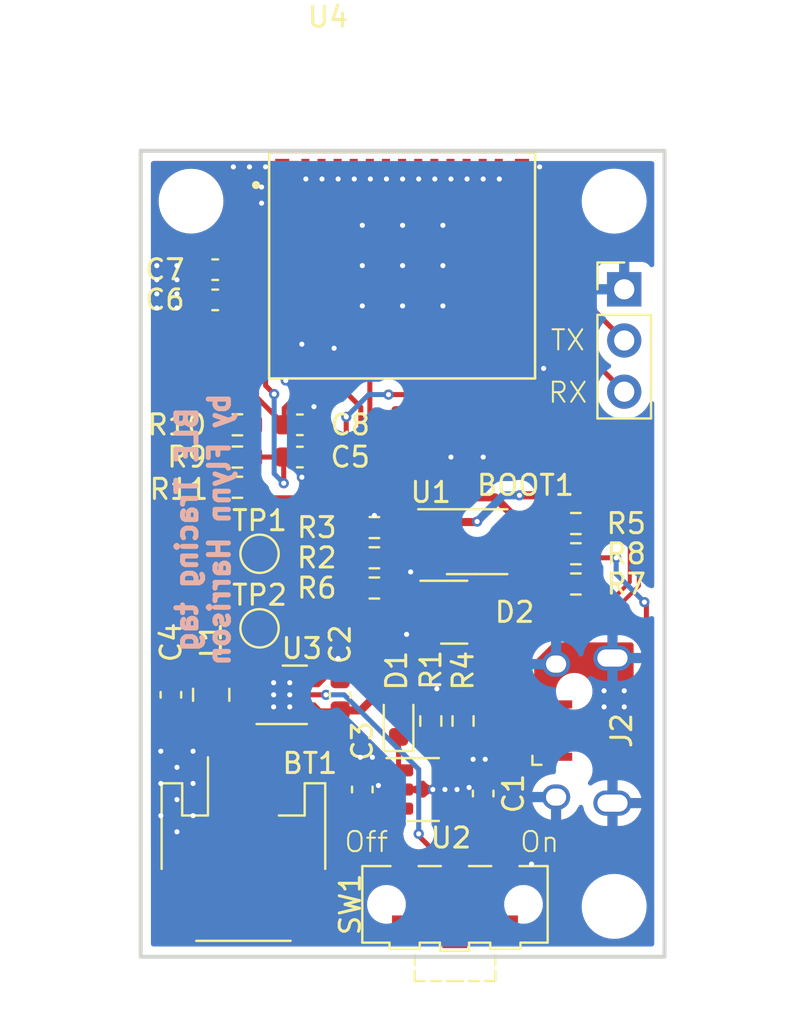
<source format=kicad_pcb>
(kicad_pcb (version 20211014) (generator pcbnew)
  (layers (0 "F.Cu" signal) (31 "B.Cu" signal) (34 "B.Paste" user) (35 "F.Paste" user) (36 "B.SilkS" user "B.Silkscreen") (37 "F.SilkS" user "F.Silkscreen") (38 "B.Mask" user) (39 "F.Mask" user) (44 "Edge.Cuts" user))
  (net 0 "")
  (net 1 "GND")
  (net 2 "+BATT")
  (net 3 "VCC")
  (net 4 "+3V3")
  (net 5 "Net-(C5-Pad1)")
  (net 6 "Net-(D1-Pad1)")
  (net 7 "Net-(D1-Pad2)")
  (net 8 "Net-(D2-Pad1)")
  (net 9 "TX")
  (net 10 "RX")
  (net 11 "USB_D-")
  (net 12 "USB_D+")
  (net 13 "Net-(L1-Pad1)")
  (net 14 "Net-(R1-Pad2)")
  (net 15 "Net-(R2-Pad2)")
  (net 16 "Net-(R5-Pad1)")
  (net 17 "Net-(R5-Pad2)")
  (net 18 "Net-(R7-Pad1)")
  (net 19 "Net-(R8-Pad1)")
  (net 20 "Net-(R10-Pad2)")
  (net 21 "Net-(R11-Pad1)")
  (net 22 "EN")
  (net 23 "BM_EN")
  (net 24 "BM")
  (net 45 "Net-(BOOT1-Pad1)")
  (footprint "Resistor_SMD:R_0603_1608Metric" (layer "F.Cu") (at 119.6 107.2)
    (fp_text reference "R2")
    (fp_text value "2M")
  )
  (footprint "Capacitor_SMD:C_0603_1608Metric" (layer "F.Cu") (at 119 118.7 90)
    (fp_text reference "C3")
    (fp_text value "4.7uF")
  )
  (footprint "Capacitor_SMD:C_0603_1608Metric" (layer "F.Cu") (at 111.7 94.4 180)
    (fp_text reference "C6")
    (fp_text value "10uF")
  )
  (footprint "TestPoint:TestPoint_Pad_D1.5mm" (layer "F.Cu") (at 113.9 107)
    (fp_text reference "TP1")
    (fp_text value "reset")
  )
  (footprint "Library:USB_Micro_AdamTech_MCR-B-S-RA-SMT-CS14" (layer "F.Cu") (at 133.8675 115.775 90)
    (fp_text reference "J2")
    (fp_text value "USB_B_Micro")
  )
  (footprint "Capacitor_SMD:C_0603_1608Metric" (layer "F.Cu") (at 125 118.9 90)
    (fp_text reference "C1")
    (fp_text value "4.7uF")
  )
  (footprint "Library:L_Murata_DEF20160P-xxxM=P2_2.0x1.6mm" (layer "F.Cu") (at 111.5 114 -90)
    (fp_text reference "L1")
    (fp_text value "2.2uH")
  )
  (footprint "Package_TO_SOT_SMD:SOT-23-5" (layer "F.Cu") (at 122 118.7)
    (fp_text reference "U2")
    (fp_text value "MCP73831-2-OT")
  )
  (footprint "Package_TO_SOT_SMD:SOT-23" (layer "F.Cu") (at 123.56 109.9)
    (fp_text reference "D2")
    (fp_text value "2.5v")
  )
  (footprint "Resistor_SMD:R_0603_1608Metric" (layer "F.Cu") (at 119.6 108.7 180)
    (fp_text reference "R6")
    (fp_text value "13.7k")
  )
  (footprint "SnapEDA Library:XCVR_ESP32-C3-MINI-1-N4" (layer "F.Cu") (at 120.975 90)
    (fp_text reference "U4")
    (fp_text value "ESP32-C3-MINI-1-N4")
  )
  (footprint "Capacitor_SMD:C_0603_1608Metric" (layer "F.Cu") (at 115.9 102.2)
    (fp_text reference "C5")
    (fp_text value "1uF")
  )
  (footprint "Library:SW_SPDT_CK-JS202011JAQN" (layer "F.Cu") (at 123.6 124.4)
    (fp_text reference "SW1")
    (fp_text value "power enable")
  )
  (footprint "Connector_PinHeader_2.54mm:PinHeader_1x03_P2.54mm_Vertical" (layer "F.Cu") (at 132 93.875)
    (fp_text reference "J1" hide)
    (fp_text value "UART")
  )
  (footprint "Resistor_SMD:R_0603_1608Metric" (layer "F.Cu") (at 112.8 102.2)
    (fp_text reference "R9")
    (fp_text value "10K")
  )
  (footprint "Package_SO:MSOP-8_3x3mm_P0.65mm" (layer "F.Cu") (at 124.7 106.4)
    (fp_text reference "U1")
    (fp_text value "BU7266")
  )
  (footprint "Capacitor_SMD:C_0603_1608Metric" (layer "F.Cu") (at 109.5 114 -90)
    (fp_text reference "C4")
    (fp_text value "22uF")
  )
  (footprint "Resistor_SMD:R_0603_1608Metric" (layer "F.Cu") (at 112.8 103.7 180)
    (fp_text reference "R11")
    (fp_text value "10K")
  )
  (footprint "MountingHole:MountingHole_2.2mm_M2" (layer "F.Cu") (at 131.5 89.5)
    (fp_text reference "REF**" hide)
    (fp_text value "MountingHole_2.2mm_M2")
  )
  (footprint "Capacitor_SMD:C_0603_1608Metric" (layer "F.Cu") (at 115.9 100.6)
    (fp_text reference "C8")
    (fp_text value "100nF")
  )
  (footprint "Resistor_SMD:R_0603_1608Metric" (layer "F.Cu") (at 129.6 105.5)
    (fp_text reference "R5")
    (fp_text value "100k")
  )
  (footprint "Diode_SMD:D_0603_1608Metric" (layer "F.Cu") (at 120.8 115.3 90)
    (fp_text reference "D1")
    (fp_text value "Charging")
  )
  (footprint "Resistor_SMD:R_0603_1608Metric" (layer "F.Cu") (at 124 115.3 90)
    (fp_text reference "R4")
    (fp_text value "560")
  )
  (footprint "Library:SW_SPST_ck_PTS636" (layer "F.Cu") (at 124.2 101.1)
    (fp_text reference "BOOT1")
    (fp_text value "Boot option")
  )
  (footprint "MountingHole:MountingHole_2.2mm_M2" (layer "F.Cu") (at 131.5 124.5)
    (fp_text reference "REF**" hide)
    (fp_text value "MountingHole_2.2mm_M2")
  )
  (footprint "Resistor_SMD:R_0603_1608Metric" (layer "F.Cu") (at 122.4 115.3 -90)
    (fp_text reference "R1")
    (fp_text value "2k")
  )
  (footprint "Resistor_SMD:R_0603_1608Metric" (layer "F.Cu") (at 129.6 108.5)
    (fp_text reference "R7")
    (fp_text value "6.8M")
  )
  (footprint "Capacitor_SMD:C_0603_1608Metric" (layer "F.Cu") (at 117.9 114 90)
    (fp_text reference "C2")
    (fp_text value "10uF")
  )
  (footprint "Resistor_SMD:R_0603_1608Metric" (layer "F.Cu") (at 112.8 100.6)
    (fp_text reference "R10")
    (fp_text value "10K")
  )
  (footprint "MountingHole:MountingHole_2.2mm_M2" (layer "F.Cu") (at 110.5 89.5)
    (fp_text reference "REF**" hide)
    (fp_text value "MountingHole_2.2mm_M2")
  )
  (footprint "Connector_JST:JST_PH_S2B-PH-SM4-TB_1x02-1MP_P2.00mm_Horizontal" (layer "F.Cu") (at 113.1 121.7)
    (fp_text reference "BT1")
    (fp_text value "Battery_Cell")
  )
  (footprint "Library:Nisshinbo_DFN(PLP)-10_2.7x2.5mm_P0.5mm" (layer "F.Cu") (at 115 114)
    (fp_text reference "U3")
    (fp_text value "RP515x334D")
  )
  (footprint "Resistor_SMD:R_0603_1608Metric" (layer "F.Cu") (at 129.6 107 180)
    (fp_text reference "R8")
    (fp_text value "10K")
  )
  (footprint "Resistor_SMD:R_0603_1608Metric" (layer "F.Cu") (at 119.6 105.7 180)
    (fp_text reference "R3")
    (fp_text value "5.49M")
  )
  (footprint "Capacitor_SMD:C_0603_1608Metric" (layer "F.Cu") (at 111.7 92.9 180)
    (fp_text reference "C7")
    (fp_text value "100nF")
  )
  (footprint "TestPoint:TestPoint_Pad_D1.5mm" (layer "F.Cu") (at 113.9 110.7)
    (fp_text reference "TP2")
    (fp_text value "3v3 TP")
  )
  (gr_rect (start 108 127) (end 134 87) (layer "Edge.Cuts") (width 0.2) (fill none))
  (gr_text "BLE Tracing tag\nby Flynn Harrison\n" (at 111.1 105.8 90) (layer "B.SilkS") (effects (font (size 1 1) (thickness 0.25)) (justify mirror)))
  (gr_text "RX\n" (at 129.2 99) (layer "F.SilkS") (effects (font (size 1 1) (thickness 0.1))))
  (gr_text "Off\n" (at 119.2 121.3) (layer "F.SilkS") (effects (font (size 1 1) (thickness 0.1))))
  (gr_text "TX" (at 129.2 96.4) (layer "F.SilkS") (effects (font (size 1 1) (thickness 0.1))))
  (gr_text "On\n" (at 127.8 121.3) (layer "F.SilkS") (effects (font (size 1 1) (thickness 0.1))))
  (segment (start 122.5875 107.375) (end 121.925 107.375) (width 0.4) (layer "F.Cu") (net 1))
  (segment (start 115.9 96.7) (end 116 96.6) (width 0.25) (layer "F.Cu") (net 1))
  (segment (start 119 105.7) (end 119.6 105.1) (width 0.25) (layer "F.Cu") (net 1))
  (segment (start 121.775 88.375) (end 121.8 88.4) (width 0.25) (layer "F.Cu") (net 1))
  (segment (start 115.075 89.5) (end 114.1 89.5) (width 0.25) (layer "F.Cu") (net 1))
  (segment (start 124.975 87.8) (end 124.975 88.375) (width 0.25) (layer "F.Cu") (net 1))
  (segment (start 114.25 87.75) (end 115.025 87.75) (width 0.25) (layer "F.Cu") (net 1))
  (segment (start 120.175 88.375) (end 120.2 88.4) (width 0.25) (layer "F.Cu") (net 1))
  (segment (start 124.975 88.375) (end 125 88.4) (width 0.25) (layer "F.Cu") (net 1))
  (segment (start 115.075 88.7) (end 114.1 88.7) (width 0.25) (layer "F.Cu") (net 1))
  (segment (start 125.775 88.375) (end 125.8 88.4) (width 0.25) (layer "F.Cu") (net 1))
  (segment (start 114.1 88.7) (end 114 88.8) (width 0.25) (layer "F.Cu") (net 1))
  (segment (start 117.9 112.3) (end 117.8 112.2) (width 0.4) (layer "F.Cu") (net 1))
  (segment (start 113.75 114) (end 114.6 114) (width 0.25) (layer "F.Cu") (net 1))
  (segment (start 125.775 87.8) (end 125.775 88.375) (width 0.25) (layer "F.Cu") (net 1))
  (segment (start 117.775 87.8) (end 117.775 88.375) (width 0.25) (layer "F.Cu") (net 1))
  (segment (start 122.4 114.475) (end 122.4 114) (width 0.25) (layer "F.Cu") (net 1))
  (segment (start 114.1 89.5) (end 114 89.6) (width 0.25) (layer "F.Cu") (net 1))
  (segment (start 127 122.8) (end 127.4 122.4) (width 0.4) (layer "F.Cu") (net 1))
  (segment (start 118.575 87.8) (end 118.575 88.375) (width 0.25) (layer "F.Cu") (net 1))
  (segment (start 113.75 113.5) (end 114.5 113.5) (width 0.25) (layer "F.Cu") (net 1))
  (segment (start 118.775 105.7) (end 119 105.7) (width 0.25) (layer "F.Cu") (net 1))
  (segment (start 116.675 102.525) (end 116.675 102.2) (width 0.25) (layer "F.Cu") (net 1))
  (segment (start 116.675 99.775) (end 116.6 99.7) (width 0.25) (layer "F.Cu") (net 1))
  (segment (start 126.1 122.8) (end 127 122.8) (width 0.4) (layer "F.Cu") (net 1))
  (segment (start 122.575 88.375) (end 122.6 88.4) (width 0.25) (layer "F.Cu") (net 1))
  (segment (start 122.4 114) (end 122.7 113.7) (width 0.25) (layer "F.Cu") (net 1))
  (segment (start 116.975 87.8) (end 116.975 88.375) (width 0.25) (layer "F.Cu") (net 1))
  (segment (start 114.2 87.8) (end 114.25 87.75) (width 0.25) (layer "F.Cu") (net 1))
  (segment (start 117.775 97.6) (end 117.775 96.975) (width 0.25) (layer "F.Cu") (net 1))
  (segment (start 119.375 87.8) (end 119.375 88.375) (width 0.25) (layer "F.Cu") (net 1))
  (segment (start 122.575 87.8) (end 122.575 88.375) (width 0.25) (layer "F.Cu") (net 1))
  (segment (start 122.6225 110.85) (end 121.35 110.85) (width 0.4) (layer "F.Cu") (net 1))
  (segment (start 126.925 97.65) (end 127.85 97.65) (width 0.25) (layer "F.Cu") (net 1))
  (segment (start 116.175 87.8) (end 116.175 88.375) (width 0.25) (layer "F.Cu") (net 1))
  (segment (start 120.975 87.8) (end 120.975 88.375) (width 0.25) (layer "F.Cu") (net 1))
  (segment (start 120.175 87.8) (end 120.175 88.375) (width 0.25) (layer "F.Cu") (net 1))
  (segment (start 127.85 97.65) (end 128 97.8) (width 0.25) (layer "F.Cu") (net 1))
  (segment (start 127.8 87.8) (end 127.75 87.75) (width 0.25) (layer "F.Cu") (net 1))
  (segment (start 115.025 98.225) (end 115.2 98.4) (width 0.25) (layer "F.Cu") (net 1))
  (segment (start 124.175 87.8) (end 124.175 88.375) (width 0.25) (layer "F.Cu") (net 1))
  (segment (start 116.175 88.375) (end 116.2 88.4) (width 0.25) (layer "F.Cu") (net 1))
  (segment (start 119.375 88.375) (end 119.4 88.4) (width 0.25) (layer "F.Cu") (net 1))
  (segment (start 127.75 87.75) (end 126.925 87.75) (width 0.25) (layer "F.Cu") (net 1))
  (segment (start 116.975 88.375) (end 117 88.4) (width 0.25) (layer "F.Cu") (net 1))
  (segment (start 116.675 100.6) (end 116.675 99.775) (width 0.25) (layer "F.Cu") (net 1))
  (segment (start 121.35 110.85) (end 121.2 111) (width 0.4) (layer "F.Cu") (net 1))
  (segment (start 115.025 97.65) (end 115.025 98.225) (width 0.25) (layer "F.Cu") (net 1))
  (segment (start 123.375 88.375) (end 123.4 88.4) (width 0.25) (layer "F.Cu") (net 1))
  (segment (start 123.375 87.8) (end 123.375 88.375) (width 0.25) (layer "F.Cu") (net 1))
  (segment (start 117.775 88.375) (end 117.8 88.4) (width 0.25) (layer "F.Cu") (net 1))
  (segment (start 124.175 88.375) (end 124.2 88.4) (width 0.25) (layer "F.Cu") (net 1))
  (segment (start 121.925 107.375) (end 121.4 107.9) (width 0.4) (layer "F.Cu") (net 1))
  (segment (start 116 103.2) (end 116.675 102.525) (width 0.25) (layer "F.Cu") (net 1))
  (segment (start 117.775 96.975) (end 117.6 96.8) (width 0.25) (layer "F.Cu") (net 1))
  (segment (start 120.975 88.375) (end 121 88.4) (width 0.25) (layer "F.Cu") (net 1))
  (segment (start 118.575 88.375) (end 118.6 88.4) (width 0.25) (layer "F.Cu") (net 1))
  (segment (start 114.5 113.5) (end 114.6 113.4) (width 0.25) (layer "F.Cu") (net 1))
  (segment (start 115.075 96.7) (end 115.9 96.7) (width 0.25) (layer "F.Cu") (net 1))
  (segment (start 117.9 113.225) (end 117.9 112.3) (width 0.4) (layer "F.Cu") (net 1))
  (segment (start 121.775 87.8) (end 121.775 88.375) (width 0.25) (layer "F.Cu") (net 1))
  (via (at 121.4 107.9) (size 0.508) (drill 0.254) (layers "F.Cu" "B.Cu") (net 1))
  (via (at 119 94.7) (size 0.508) (drill 0.254) (layers "F.Cu" "B.Cu") (net 1))
  (via (at 109 118.4) (size 0.508) (drill 0.254) (layers "F.Cu" "B.Cu") (net 1))
  (via (at 121 88.4) (size 0.508) (drill 0.254) (layers "F.Cu" "B.Cu") (net 1))
  (via (at 116.6 99.7) (size 0.508) (drill 0.254) (layers "F.Cu" "B.Cu") (net 1))
  (via (at 131 114.6) (size 0.508) (drill 0.254) (layers "F.Cu" "B.Cu") (net 1))
  (via (at 121.2 111) (size 0.508) (drill 0.254) (layers "F.Cu" "B.Cu") (net 1))
  (via (at 123.4 102.2) (size 0.508) (drill 0.254) (layers "F.Cu" "B.Cu") (net 1))
  (via (at 114.6 114.6) (size 0.508) (drill 0.254) (layers "F.Cu" "B.Cu") (net 1))
  (via (at 109.8 119.2) (size 0.508) (drill 0.254) (layers "F.Cu" "B.Cu") (net 1))
  (via (at 109.8 94.1) (size 0.508) (drill 0.254) (layers "F.Cu" "B.Cu") (net 1))
  (via (at 131 113.8) (size 0.508) (drill 0.254) (layers "F.Cu" "B.Cu") (net 1))
  (via (at 125 102.2) (size 0.508) (drill 0.254) (layers "F.Cu" "B.Cu") (net 1))
  (via (at 119 90.7) (size 0.508) (drill 0.254) (layers "F.Cu" "B.Cu") (net 1))
  (via (at 109.8 92.7) (size 0.508) (drill 0.254) (layers "F.Cu" "B.Cu") (net 1))
  (via (at 124.5 117.2) (size 0.508) (drill 0.254) (layers "F.Cu" "B.Cu") (net 1))
  (via (at 117.8 88.4) (size 0.508) (drill 0.254) (layers "F.Cu" "B.Cu") (net 1))
  (via (at 112.6 87.8) (size 0.508) (drill 0.254) (layers "F.Cu" "B.Cu") (net 1))
  (via (at 119 92.7) (size 0.508) (drill 0.254) (layers "F.Cu" "B.Cu") (net 1))
  (via (at 119.8 118.5) (size 0.508) (drill 0.254) (layers "F.Cu" "B.Cu") (net 1))
  (via (at 113.4 87.8) (size 0.508) (drill 0.254) (layers "F.Cu" "B.Cu") (net 1))
  (via (at 119.4 88.4) (size 0.508) (drill 0.254) (layers "F.Cu" "B.Cu") (net 1))
  (via (at 125 88.4) (size 0.508) (drill 0.254) (layers "F.Cu" "B.Cu") (net 1))
  (via (at 115.2 98.4) (size 0.508) (drill 0.254) (layers "F.Cu" "B.Cu") (net 1))
  (via (at 123.4 88.4) (size 0.508) (drill 0.254) (layers "F.Cu" "B.Cu") (net 1))
  (via (at 132 113.8) (size 0.508) (drill 0.254) (layers "F.Cu" "B.Cu") (net 1))
  (via (at 122.5 118.7) (size 0.508) (drill 0.254) (layers "F.Cu" "B.Cu") (net 1))
  (via (at 132 114.6) (size 0.508) (drill 0.254) (layers "F.Cu" "B.Cu") (net 1))
  (via (at 123.1 118.7) (size 0.508) (drill 0.254) (layers "F.Cu" "B.Cu") (net 1))
  (via (at 121.8 88.4) (size 0.508) (drill 0.254) (layers "F.Cu" "B.Cu") (net 1))
  (via (at 108.8 92.7) (size 0.508) (drill 0.254) (layers "F.Cu" "B.Cu") (net 1))
  (via (at 108.8 94.8) (size 0.508) (drill 0.254) (layers "F.Cu" "B.Cu") (net 1))
  (via (at 109.8 93.4) (size 0.508) (drill 0.254) (layers "F.Cu" "B.Cu") (net 1))
  (via (at 123 92.7) (size 0.508) (drill 0.254) (layers "F.Cu" "B.Cu") (net 1))
  (via (at 118.9 117.1) (size 0.508) (drill 0.254) (layers "F.Cu" "B.Cu") (net 1))
  (via (at 110.6 116.8) (size 0.508) (drill 0.254) (layers "F.Cu" "B.Cu") (net 1))
  (via (at 109.8 94.8) (size 0.508) (drill 0.254) (layers "F.Cu" "B.Cu") (net 1))
  (via (at 122.7 113.7) (size 0.508) (drill 0.254) (layers "F.Cu" "B.Cu") (net 1))
  (via (at 127.4 122.4) (size 0.508) (drill 0.254) (layers "F.Cu" "B.Cu") (net 1))
  (via (at 114.2 87.8) (size 0.508) (drill 0.254) (layers "F.Cu" "B.Cu") (net 1))
  (via (at 119.6 105.1) (size 0.508) (drill 0.254) (layers "F.Cu" "B.Cu") (net 1))
  (via (at 110.6 118.4) (size 0.508) (drill 0.254) (layers "F.Cu" "B.Cu") (net 1))
  (via (at 127.8 87.8) (size 0.508) (drill 0.254) (layers "F.Cu" "B.Cu") (net 1))
  (via (at 121 94.7) (size 0.508) (drill 0.254) (layers "F.Cu" "B.Cu") (net 1))
  (via (at 115.4 113.4) (size 0.508) (drill 0.254) (layers "F.Cu" "B.Cu") (net 1))
  (via (at 117.8 112.2) (size 0.508) (drill 0.254) (layers "F.Cu" "B.Cu") (net 1))
  (via (at 125.1 117.2) (size 0.508) (drill 0.254) (layers "F.Cu" "B.Cu") (net 1))
  (via (at 123 94.7) (size 0.508) (drill 0.254) (layers "F.Cu" "B.Cu") (net 1))
  (via (at 119.5 117.1) (size 0.508) (drill 0.254) (layers "F.Cu" "B.Cu") (net 1))
  (via (at 121 92.7) (size 0.508) (drill 0.254) (layers "F.Cu" "B.Cu") (net 1))
  (via (at 123.7 118.7) (size 0.508) (drill 0.254) (layers "F.Cu" "B.Cu") (net 1))
  (via (at 125.8 88.4) (size 0.508) (drill 0.254) (layers "F.Cu" "B.Cu") (net 1))
  (via (at 109 120) (size 0.508) (drill 0.254) (layers "F.Cu" "B.Cu") (net 1))
  (via (at 117.6 96.8) (size 0.508) (drill 0.254) (layers "F.Cu" "B.Cu") (net 1))
  (via (at 114 88.8) (size 0.508) (drill 0.254) (layers "F.Cu" "B.Cu") (net 1))
  (via (at 114.6 114) (size 0.508) (drill 0.254) (layers "F.Cu" "B.Cu") (net 1))
  (via (at 109.8 117.6) (size 0.508) (drill 0.254) (layers "F.Cu" "B.Cu") (net 1))
  (via (at 108.8 94.1) (size 0.508) (drill 0.254) (layers "F.Cu" "B.Cu") (net 1))
  (via (at 122.6 88.4) (size 0.508) (drill 0.254) (layers "F.Cu" "B.Cu") (net 1))
  (via (at 121 90.7) (size 0.508) (drill 0.254) (layers "F.Cu" "B.Cu") (net 1))
  (via (at 115.4 114.6) (size 0.508) (drill 0.254) (layers "F.Cu" "B.Cu") (net 1))
  (via (at 109.8 120.8) (size 0.508) (drill 0.254) (layers "F.Cu" "B.Cu") (net 1))
  (via (at 120.2 88.4) (size 0.508) (drill 0.254) (layers "F.Cu" "B.Cu") (net 1))
  (via (at 115.4 114) (size 0.508) (drill 0.254) (layers "F.Cu" "B.Cu") (net 1))
  (via (at 128 97.8) (size 0.508) (drill 0.254) (layers "F.Cu" "B.Cu") (net 1))
  (via (at 108.8 93.4) (size 0.508) (drill 0.254) (layers "F.Cu" "B.Cu") (net 1))
  (via (at 124.3 118.6) (size 0.508) (drill 0.254) (layers "F.Cu" "B.Cu") (net 1))
  (via (at 117 88.4) (size 0.508) (drill 0.254) (layers "F.Cu" "B.Cu") (net 1))
  (via (at 114.6 113.4) (size 0.508) (drill 0.254) (layers "F.Cu" "B.Cu") (net 1))
  (via (at 124.2 88.4) (size 0.508) (drill 0.254) (layers "F.Cu" "B.Cu") (net 1))
  (via (at 123 90.7) (size 0.508) (drill 0.254) (layers "F.Cu" "B.Cu") (net 1))
  (via (at 116.2 88.4) (size 0.508) (drill 0.254) (layers "F.Cu" "B.Cu") (net 1))
  (via (at 118.6 88.4) (size 0.508) (drill 0.254) (layers "F.Cu" "B.Cu") (net 1))
  (via (at 109 116.8) (size 0.508) (drill 0.254) (layers "F.Cu" "B.Cu") (net 1))
  (via (at 110.6 120) (size 0.508) (drill 0.254) (layers "F.Cu" "B.Cu") (net 1))
  (via (at 116 103.2) (size 0.508) (drill 0.254) (layers "F.Cu" "B.Cu") (net 1))
  (via (at 114 89.6) (size 0.508) (drill 0.254) (layers "F.Cu" "B.Cu") (net 1))
  (via (at 116 96.6) (size 0.508) (drill 0.254) (layers "F.Cu" "B.Cu") (net 1))
  (segment (start 118.1 107.2) (end 118.775 107.2) (width 0.4) (layer "F.Cu") (net 2))
  (segment (start 118.925 114.775) (end 117.9 114.775) (width 0.4) (layer "F.Cu") (net 2))
  (segment (start 119.4 112.5) (end 119.4 114.3) (width 0.4) (layer "F.Cu") (net 2))
  (segment (start 117.9 114.775) (end 118.12754 114.775) (width 0.25) (layer "F.Cu") (net 2))
  (segment (start 117.625 106.725) (end 118.1 107.2) (width 0.4) (layer "F.Cu") (net 2))
  (segment (start 125.5875 104.2) (end 118.3 104.2) (width 0.4) (layer "F.Cu") (net 2))
  (segment (start 117.9 114.775) (end 117.875 114.8) (width 0.25) (layer "F.Cu") (net 2))
  (segment (start 117.875 114.8) (end 116.9 114.8) (width 0.25) (layer "F.Cu") (net 2))
  (segment (start 117.625 104.875) (end 117.625 106.725) (width 0.4) (layer "F.Cu") (net 2))
  (segment (start 118.775 107.2) (end 118.775 108.7) (width 0.4) (layer "F.Cu") (net 2))
  (segment (start 118.3 104.2) (end 117.625 104.875) (width 0.4) (layer "F.Cu") (net 2))
  (segment (start 118.775 108.7) (end 118.775 111.875) (width 0.4) (layer "F.Cu") (net 2))
  (segment (start 118.775 111.875) (end 119.4 112.5) (width 0.4) (layer "F.Cu") (net 2))
  (segment (start 116.9 114.8) (end 116.6 114.5) (width 0.25) (layer "F.Cu") (net 2))
  (segment (start 126.8125 105.425) (end 125.5875 104.2) (width 0.4) (layer "F.Cu") (net 2))
  (segment (start 116.6 114.5) (end 116.25 114.5) (width 0.25) (layer "F.Cu") (net 2))
  (segment (start 119.4 114.3) (end 118.925 114.775) (width 0.4) (layer "F.Cu") (net 2))
  (segment (start 117.675 115) (end 117.9 114.775) (width 0.25) (layer "F.Cu") (net 2))
  (segment (start 116.25 115) (end 117.675 115) (width 0.25) (layer "F.Cu") (net 2))
  (segment (start 125.225 116.125) (end 124 116.125) (width 0.25) (layer "F.Cu") (net 3))
  (segment (start 128.5425 117.075) (end 126.175 117.075) (width 0.25) (layer "F.Cu") (net 3))
  (segment (start 126.175 117.075) (end 125.225 116.125) (width 0.25) (layer "F.Cu") (net 3))
  (segment (start 113.9 90.3) (end 112.475 91.725) (width 0.4) (layer "F.Cu") (net 4))
  (segment (start 112.325 113.275) (end 112.65 112.95) (width 0.4) (layer "F.Cu") (net 4))
  (segment (start 115.075 90.3) (end 113.9 90.3) (width 0.4) (layer "F.Cu") (net 4))
  (segment (start 111.5 113.275) (end 112.325 113.275) (width 0.4) (layer "F.Cu") (net 4))
  (segment (start 109.55 113.275) (end 109.5 113.225) (width 0.4) (layer "F.Cu") (net 4))
  (segment (start 112.65 112.95) (end 113.75 112.95) (width 0.4) (layer "F.Cu") (net 4))
  (segment (start 111.5 113.275) (end 109.55 113.275) (width 0.4) (layer "F.Cu") (net 4))
  (segment (start 112.475 91.725) (end 112.475 92.9) (width 0.4) (layer "F.Cu") (net 4))
  (segment (start 114.2 94.525) (end 114.2 98.650402) (width 0.25) (layer "F.Cu") (net 5))
  (segment (start 115.1 102.225) (end 115.125 102.2) (width 0.25) (layer "F.Cu") (net 5))
  (segment (start 114.2 98.650402) (end 114.624799 99.075201) (width 0.25) (layer "F.Cu") (net 5))
  (segment (start 112.8 105.9) (end 112.8 103.025) (width 0.25) (layer "F.Cu") (net 5))
  (segment (start 115.1 103.5) (end 115.1 102.225) (width 0.25) (layer "F.Cu") (net 5))
  (segment (start 112.8 103.025) (end 113.625 102.2) (width 0.25) (layer "F.Cu") (net 5))
  (segment (start 113.9 107) (end 112.8 105.9) (width 0.25) (layer "F.Cu") (net 5))
  (segment (start 114.425 94.3) (end 114.2 94.525) (width 0.25) (layer "F.Cu") (net 5))
  (segment (start 115.075 94.3) (end 114.425 94.3) (width 0.25) (layer "F.Cu") (net 5))
  (segment (start 115.125 102.2) (end 113.625 102.2) (width 0.25) (layer "F.Cu") (net 5))
  (via (at 114.624799 99.075201) (size 0.508) (drill 0.254) (layers "F.Cu" "B.Cu") (net 5))
  (via (at 115.1 103.5) (size 0.508) (drill 0.254) (layers "F.Cu" "B.Cu") (net 5))
  (segment (start 114.624799 99.075201) (end 114.624799 103.024799) (width 0.25) (layer "B.Cu") (net 5))
  (segment (start 114.624799 103.024799) (end 115.1 103.5) (width 0.25) (layer "B.Cu") (net 5))
  (segment (start 120.8 117.6875) (end 120.8625 117.75) (width 0.25) (layer "F.Cu") (net 6))
  (segment (start 120.8 116.0875) (end 120.8 117.6875) (width 0.25) (layer "F.Cu") (net 6))
  (segment (start 123 112.8) (end 124 113.8) (width 0.25) (layer "F.Cu") (net 7))
  (segment (start 120.8 113.8) (end 121.8 112.8) (width 0.25) (layer "F.Cu") (net 7))
  (segment (start 124 113.8) (end 124 114.475) (width 0.25) (layer "F.Cu") (net 7))
  (segment (start 121.8 112.8) (end 123 112.8) (width 0.25) (layer "F.Cu") (net 7))
  (segment (start 120.8 114.5125) (end 120.8 113.8) (width 0.25) (layer "F.Cu") (net 7))
  (segment (start 122.6225 108.95) (end 121.35 108.95) (width 0.4) (layer "F.Cu") (net 8))
  (segment (start 122.6225 108.95) (end 123.25 108.95) (width 0.4) (layer "F.Cu") (net 8))
  (segment (start 121.1 108.7) (end 120.425 108.7) (width 0.4) (layer "F.Cu") (net 8))
  (segment (start 125.475 106.725) (end 126.8125 106.725) (width 0.4) (layer "F.Cu") (net 8))
  (segment (start 121.35 108.95) (end 121.1 108.7) (width 0.4) (layer "F.Cu") (net 8))
  (segment (start 123.25 108.95) (end 125.475 106.725) (width 0.4) (layer "F.Cu") (net 8))
  (segment (start 127.5 91.9) (end 126.875 91.9) (width 0.25) (layer "F.Cu") (net 9))
  (segment (start 132 96.415) (end 127.5 91.915) (width 0.25) (layer "F.Cu") (net 9))
  (segment (start 127.5 91.915) (end 127.5 91.9) (width 0.25) (layer "F.Cu") (net 9))
  (segment (start 127.6 92.7) (end 126.875 92.7) (width 0.25) (layer "F.Cu") (net 10))
  (segment (start 132 98.955) (end 130.6 97.555) (width 0.25) (layer "F.Cu") (net 10))
  (segment (start 130.6 97.555) (end 130.6 95.7) (width 0.25) (layer "F.Cu") (net 10))
  (segment (start 130.6 95.7) (end 127.6 92.7) (width 0.25) (layer "F.Cu") (net 10))
  (segment (start 127.8675 116.425) (end 127.7675 116.325) (width 0.2) (layer "F.Cu") (net 11))
  (segment (start 128.975 96.6932) (end 128.0068 95.725) (width 0.2) (layer "F.Cu") (net 11))
  (segment (start 127.0068 116.325) (end 126.475 115.7932) (width 0.2) (layer "F.Cu") (net 11))
  (segment (start 132.275 104.4932) (end 128.975 101.1932) (width 0.2) (layer "F.Cu") (net 11))
  (segment (start 127.7675 116.325) (end 127.0068 116.325) (width 0.2) (layer "F.Cu") (net 11))
  (segment (start 130.5068 110.175) (end 132.275 108.4068) (width 0.2) (layer "F.Cu") (net 11))
  (segment (start 128.2068 110.175) (end 130.5068 110.175) (width 0.2) (layer "F.Cu") (net 11))
  (segment (start 128.5425 116.425) (end 127.8675 116.425) (width 0.2) (layer "F.Cu") (net 11))
  (segment (start 128.0068 95.725) (end 127.650001 95.725) (width 0.2) (layer "F.Cu") (net 11))
  (segment (start 132.275 108.4068) (end 132.275 104.4932) (width 0.2) (layer "F.Cu") (net 11))
  (segment (start 128.975 101.1932) (end 128.975 96.6932) (width 0.2) (layer "F.Cu") (net 11))
  (segment (start 126.475 115.7932) (end 126.475 111.9068) (width 0.2) (layer "F.Cu") (net 11))
  (segment (start 127.475001 95.9) (end 126.875 95.9) (width 0.2) (layer "F.Cu") (net 11))
  (segment (start 127.650001 95.725) (end 127.475001 95.9) (width 0.2) (layer "F.Cu") (net 11))
  (segment (start 126.475 111.9068) (end 128.2068 110.175) (width 0.2) (layer "F.Cu") (net 11))
  (segment (start 127.475001 95.1) (end 126.875 95.1) (width 0.2) (layer "F.Cu") (net 12))
  (segment (start 126.925 112.0932) (end 128.3932 110.625) (width 0.2) (layer "F.Cu") (net 12))
  (segment (start 132.725 108.5932) (end 132.725 104.3068) (width 0.2) (layer "F.Cu") (net 12))
  (segment (start 129.425 96.5068) (end 128.1932 95.275) (width 0.2) (layer "F.Cu") (net 12))
  (segment (start 128.1932 95.275) (end 127.650001 95.275) (width 0.2) (layer "F.Cu") (net 12))
  (segment (start 132.725 104.3068) (end 129.425 101.0068) (width 0.2) (layer "F.Cu") (net 12))
  (segment (start 129.425 101.0068) (end 129.425 96.5068) (width 0.2) (layer "F.Cu") (net 12))
  (segment (start 127.7675 115.875) (end 127.1932 115.875) (width 0.2) (layer "F.Cu") (net 12))
  (segment (start 128.5425 115.775) (end 127.8675 115.775) (width 0.2) (layer "F.Cu") (net 12))
  (segment (start 127.650001 95.275) (end 127.475001 95.1) (width 0.2) (layer "F.Cu") (net 12))
  (segment (start 127.1932 115.875) (end 126.925 115.6068) (width 0.2) (layer "F.Cu") (net 12))
  (segment (start 130.6932 110.625) (end 132.725 108.5932) (width 0.2) (layer "F.Cu") (net 12))
  (segment (start 128.3932 110.625) (end 130.6932 110.625) (width 0.2) (layer "F.Cu") (net 12))
  (segment (start 127.8675 115.775) (end 127.7675 115.875) (width 0.2) (layer "F.Cu") (net 12))
  (segment (start 126.925 115.6068) (end 126.925 112.0932) (width 0.2) (layer "F.Cu") (net 12))
  (segment (start 113.5 114.5) (end 113 115) (width 0.25) (layer "F.Cu") (net 13))
  (segment (start 113.75 115) (end 113 115) (width 0.4) (layer "F.Cu") (net 13))
  (segment (start 113 115) (end 111.775 115) (width 0.4) (layer "F.Cu") (net 13))
  (segment (start 113.75 114.5) (end 113.5 114.5) (width 0.25) (layer "F.Cu") (net 13))
  (segment (start 111.775 115) (end 111.5 114.725) (width 0.4) (layer "F.Cu") (net 13))
  (segment (start 122.4 116.125) (end 122.4 117.0125) (width 0.25) (layer "F.Cu") (net 14))
  (segment (start 122.4 117.0125) (end 123.1375 117.75) (width 0.25) (layer "F.Cu") (net 14))
  (segment (start 120.425 107.2) (end 120.425 105.7) (width 0.4) (layer "F.Cu") (net 15))
  (segment (start 120.425 107.2) (end 121 107.2) (width 0.4) (layer "F.Cu") (net 15))
  (segment (start 121 107.2) (end 121.475 106.725) (width 0.4) (layer "F.Cu") (net 15))
  (segment (start 121.475 106.725) (end 122.5875 106.725) (width 0.4) (layer "F.Cu") (net 15))
  (segment (start 126.8 104.1) (end 128.2 104.1) (width 0.4) (layer "F.Cu") (net 16))
  (segment (start 122.5875 106.075) (end 122.5875 105.425) (width 0.4) (layer "F.Cu") (net 16))
  (segment (start 122.5875 105.425) (end 124.675 105.425) (width 0.4) (layer "F.Cu") (net 16))
  (segment (start 128.775 104.675) (end 128.775 105.5) (width 0.4) (layer "F.Cu") (net 16))
  (segment (start 128.2 104.1) (end 128.775 104.675) (width 0.4) (layer "F.Cu") (net 16))
  (segment (start 124.675 105.425) (end 124.7 105.4) (width 0.4) (layer "F.Cu") (net 16))
  (via (at 124.7 105.4) (size 0.508) (drill 0.254) (layers "F.Cu" "B.Cu") (net 16))
  (via (at 126.8 104.1) (size 0.508) (drill 0.254) (layers "F.Cu" "B.Cu") (net 16))
  (segment (start 124.7 105.4) (end 126 104.1) (width 0.4) (layer "B.Cu") (net 16))
  (segment (start 126 104.1) (end 126.8 104.1) (width 0.4) (layer "B.Cu") (net 16))
  (segment (start 129.6 106.325) (end 129.6 107.675) (width 0.4) (layer "F.Cu") (net 17))
  (segment (start 130.425 105.5) (end 129.6 106.325) (width 0.4) (layer "F.Cu") (net 17))
  (segment (start 129.6 109.5) (end 127.9 109.5) (width 0.4) (layer "F.Cu") (net 17))
  (segment (start 130.425 108.5) (end 130.425 108.675) (width 0.4) (layer "F.Cu") (net 17))
  (segment (start 130.425 108.675) (end 129.6 109.5) (width 0.4) (layer "F.Cu") (net 17))
  (segment (start 126.8125 108.4125) (end 126.8125 107.375) (width 0.4) (layer "F.Cu") (net 17))
  (segment (start 129.6 107.675) (end 130.425 108.5) (width 0.4) (layer "F.Cu") (net 17))
  (segment (start 127.9 109.5) (end 126.8125 108.4125) (width 0.4) (layer "F.Cu") (net 17))
  (segment (start 128.775 107) (end 128.775 108.5) (width 0.4) (layer "F.Cu") (net 18))
  (segment (start 127.85 106.075) (end 128.775 107) (width 0.4) (layer "F.Cu") (net 18))
  (segment (start 126.8125 106.075) (end 127.85 106.075) (width 0.4) (layer "F.Cu") (net 18))
  (segment (start 125.5 121.2) (end 124.9 121.8) (width 0.25) (layer "F.Cu") (net 19))
  (segment (start 124.5 124.3) (end 122.6 124.3) (width 0.25) (layer "F.Cu") (net 19))
  (segment (start 131.9 121.2) (end 125.5 121.2) (width 0.25) (layer "F.Cu") (net 19))
  (segment (start 133.1 109.5) (end 133.1 120) (width 0.25) (layer "F.Cu") (net 19))
  (segment (start 133.1 120) (end 131.9 121.2) (width 0.25) (layer "F.Cu") (net 19))
  (segment (start 131.6 107.2) (end 130.625 107.2) (width 0.25) (layer "F.Cu") (net 19))
  (segment (start 130.625 107.2) (end 130.425 107) (width 0.25) (layer "F.Cu") (net 19))
  (segment (start 124.9 121.8) (end 124.9 123.9) (width 0.25) (layer "F.Cu") (net 19))
  (segment (start 122.6 124.3) (end 121.1 122.8) (width 0.25) (layer "F.Cu") (net 19))
  (segment (start 124.9 123.9) (end 124.5 124.3) (width 0.25) (layer "F.Cu") (net 19))
  (segment (start 133 109.4) (end 133.1 109.5) (width 0.25) (layer "F.Cu") (net 19))
  (via (at 131.6 107.2) (size 0.508) (drill 0.254) (layers "F.Cu" "B.Cu") (net 19))
  (via (at 133 109.4) (size 0.508) (drill 0.254) (layers "F.Cu" "B.Cu") (net 19))
  (segment (start 131.6 108) (end 131.6 107.2) (width 0.25) (layer "B.Cu") (net 19))
  (segment (start 133 109.4) (end 131.6 108) (width 0.25) (layer "B.Cu") (net 19))
  (segment (start 113.3 93.225978) (end 114.625978 91.9) (width 0.25) (layer "F.Cu") (net 20))
  (segment (start 113.3 100.275) (end 113.3 93.225978) (width 0.25) (layer "F.Cu") (net 20))
  (segment (start 113.625 100.6) (end 113.3 100.275) (width 0.25) (layer "F.Cu") (net 20))
  (segment (start 114.625978 91.9) (end 115.075 91.9) (width 0.25) (layer "F.Cu") (net 20))
  (segment (start 114.149511 104.224511) (end 116.004054 104.224511) (width 0.25) (layer "F.Cu") (net 21))
  (segment (start 116.004054 104.224511) (end 118.20098 102.027585) (width 0.25) (layer "F.Cu") (net 21))
  (segment (start 124.175 98.325) (end 124.175 97.6) (width 0.25) (layer "F.Cu") (net 21))
  (segment (start 120.3 99.1) (end 123.4 99.1) (width 0.25) (layer "F.Cu") (net 21))
  (segment (start 118.20098 102.027585) (end 118.20098 100.212299) (width 0.25) (layer "F.Cu") (net 21))
  (segment (start 123.4 99.1) (end 124.175 98.325) (width 0.25) (layer "F.Cu") (net 21))
  (segment (start 113.625 103.7) (end 114.149511 104.224511) (width 0.25) (layer "F.Cu") (net 21))
  (via (at 120.3 99.1) (size 0.508) (drill 0.254) (layers "F.Cu" "B.Cu") (net 21))
  (via (at 118.20664 100.20664) (size 0.508) (drill 0.254) (layers "F.Cu" "B.Cu") (net 21))
  (segment (start 118.20664 100.20664) (end 119.313279 99.1) (width 0.25) (layer "B.Cu") (net 21))
  (segment (start 119.313279 99.1) (end 120.3 99.1) (width 0.25) (layer "B.Cu") (net 21))
  (segment (start 121.8 121) (end 123.6 122.8) (width 0.25) (layer "F.Cu") (net 22))
  (segment (start 121.8 120.9) (end 121.8 121) (width 0.25) (layer "F.Cu") (net 22))
  (segment (start 117.2 114) (end 116.25 114) (width 0.25) (layer "F.Cu") (net 22))
  (via (at 117.2 114) (size 0.508) (drill 0.254) (layers "F.Cu" "B.Cu") (net 22))
  (via (at 121.8 120.9) (size 0.508) (drill 0.254) (layers "F.Cu" "B.Cu") (net 22))
  (segment (start 117.2 114) (end 118.1 114) (width 0.25) (layer "B.Cu") (net 22))
  (segment (start 121.8 117.7) (end 121.8 120.9) (width 0.25) (layer "B.Cu") (net 22))
  (segment (start 118.1 114) (end 121.8 117.7) (width 0.25) (layer "B.Cu") (net 22))
  (segment (start 116.8 113.5) (end 117.10048 113.19952) (width 0.25) (layer "F.Cu") (net 23))
  (segment (start 117.10048 104.39952) (end 119.375 102.125) (width 0.25) (layer "F.Cu") (net 23))
  (segment (start 119.375 102.125) (end 119.375 97.6) (width 0.25) (layer "F.Cu") (net 23))
  (segment (start 117.10048 113.19952) (end 117.10048 104.39952) (width 0.25) (layer "F.Cu") (net 23))
  (segment (start 116.25 113.5) (end 116.8 113.5) (width 0.25) (layer "F.Cu") (net 23))
  (segment (start 116 98.9) (end 115.125 99.775) (width 0.25) (layer "F.Cu") (net 24))
  (segment (start 116.5 113) (end 116.65096 112.84904) (width 0.25) (layer "F.Cu") (net 24))
  (segment (start 114.6 92.7) (end 115.075 92.7) (width 0.25) (layer "F.Cu") (net 24))
  (segment (start 118.1 98.9) (end 116 98.9) (width 0.25) (layer "F.Cu") (net 24))
  (segment (start 116.25 113) (end 116.5 113) (width 0.25) (layer "F.Cu") (net 24))
  (segment (start 115.125 100.6) (end 113.74952 99.22452) (width 0.25) (layer "F.Cu") (net 24))
  (segment (start 113.74952 93.55048) (end 114.6 92.7) (width 0.25) (layer "F.Cu") (net 24))
  (segment (start 113.74952 99.22452) (end 113.74952 93.55048) (width 0.25) (layer "F.Cu") (net 24))
  (segment (start 118.92548 101.938802) (end 118.92548 99.72548) (width 0.25) (layer "F.Cu") (net 24))
  (segment (start 116.65096 112.84904) (end 116.65096 104.213322) (width 0.25) (layer "F.Cu") (net 24))
  (segment (start 118.92548 99.72548) (end 118.1 98.9) (width 0.25) (layer "F.Cu") (net 24))
  (segment (start 115.125 99.775) (end 115.125 100.6) (width 0.25) (layer "F.Cu") (net 24))
  (segment (start 116.65096 104.213322) (end 118.92548 101.938802) (width 0.25) (layer "F.Cu") (net 24))
  (segment (start 126.525 100.025) (end 126.95 100.025) (width 0.25) (layer "F.Cu") (net 45))
  (segment (start 126.95 100.025) (end 121.45 100.025) (width 0.25) (layer "F.Cu") (net 45))
  (segment (start 124.975 98.475) (end 126.525 100.025) (width 0.25) (layer "F.Cu") (net 45))
  (segment (start 124.975 97.6) (end 124.975 98.475) (width 0.25) (layer "F.Cu") (net 45))
  (zone (net 1) (net_name "GND") (layer "F.Cu") (connect_pads (clearance 0.508)) (min_thickness 0.254) (fill yes (thermal_gap 0.508) (thermal_bridge_width 0.508))
    (polygon (pts (xy 110.6 115.4) (xy 113.2 115.4) (xy 113.2 121.7) (xy 108.2 121.7) (xy 108.2 114) (xy 110.6 114)))
  )
  (zone (net 2) (net_name "+BATT") (layer "F.Cu") (priority 1) (connect_pads (clearance 0.508)) (min_thickness 0.254) (fill yes (thermal_gap 0.508) (thermal_bridge_width 0.508))
    (polygon (pts (xy 118.3 116.5) (xy 118.3 117) (xy 118.3 118.7) (xy 119.5 118.7) (xy 119.9 119.1) (xy 121.5 119.1) (xy 121.5 121.7) (xy 113.3 121.7) (xy 113.3 116) (xy 115.8 116) (xy 115.8 114.2) (xy 118.3 114.2)))
  )
  (zone (net 1) (net_name "GND") (layer "F.Cu") (connect_pads yes (clearance 0.508)) (min_thickness 0.254) (fill yes (thermal_gap 0.508) (thermal_bridge_width 0.508))
    (polygon (pts (xy 125.4 119.1) (xy 118.6 119.1) (xy 118.6 116.8) (xy 125.4 116.8)))
  )
  (zone (net 1) (net_name "GND") (layer "F.Cu") (connect_pads yes (clearance 0.508)) (min_thickness 0.254) (fill yes (thermal_gap 0.508) (thermal_bridge_width 0.508))
    (polygon (pts (xy 132.8 115.4) (xy 127.4 115.4) (xy 127.4 111.4) (xy 132.8 111.4)))
  )
  (zone (net 1) (net_name "GND") (layer "F.Cu") (connect_pads (clearance 0.508)) (min_thickness 0.254) (fill yes (thermal_gap 0.508) (thermal_bridge_width 0.508))
    (polygon (pts (xy 127.8 98.4) (xy 114.4 98.4) (xy 114.4 95.6) (xy 108.4 95.6) (xy 108.4 87.2) (xy 127.8 87.2)))
  )
  (zone (net 4) (net_name "+3V3") (layer "F.Cu") (priority 1) (connect_pads (clearance 0.508)) (min_thickness 0.254) (fill yes (thermal_gap 0.508) (thermal_bridge_width 0.508))
    (polygon (pts (xy 113.2 108.7) (xy 113.9 108.7) (xy 113.9 112) (xy 110.6 112) (xy 110.6 113.9) (xy 108.3 113.9) (xy 108.3 95.7) (xy 111.5 95.7) (xy 111.8 95.4) (xy 111.8 92.2) (xy 113 92.2) (xy 113.2 92.2)))
  )
  (zone (net 1) (net_name "GND") (layer "F.Cu") (connect_pads (clearance 0.508)) (min_thickness 0.254) (fill yes (thermal_gap 0.508) (thermal_bridge_width 0.508))
    (polygon (pts (xy 128.4 103.2) (xy 120 103.2) (xy 120 101.2) (xy 128.4 101.2)))
  )
  (zone (net 3) (net_name "VCC") (layer "F.Cu") (priority 1) (connect_pads yes (clearance 0.508)) (min_thickness 0.254) (fill yes (thermal_gap 0.508) (thermal_bridge_width 0.508))
    (polygon (pts (xy 128.8 119.9) (xy 122.5 119.9) (xy 122.5 119.4) (xy 126 119.4) (xy 126 117.1) (xy 128.8 117.1)))
  )
  (zone (net 1) (net_name "GND") (layer "B.Cu") (connect_pads (clearance 0.508)) (min_thickness 0.254) (fill yes (thermal_gap 0.508) (thermal_bridge_width 0.508))
    (polygon (pts (xy 133.8 126.8) (xy 108.2 126.8) (xy 108.2 87.2) (xy 133.8 87.2)))
  )
)
</source>
